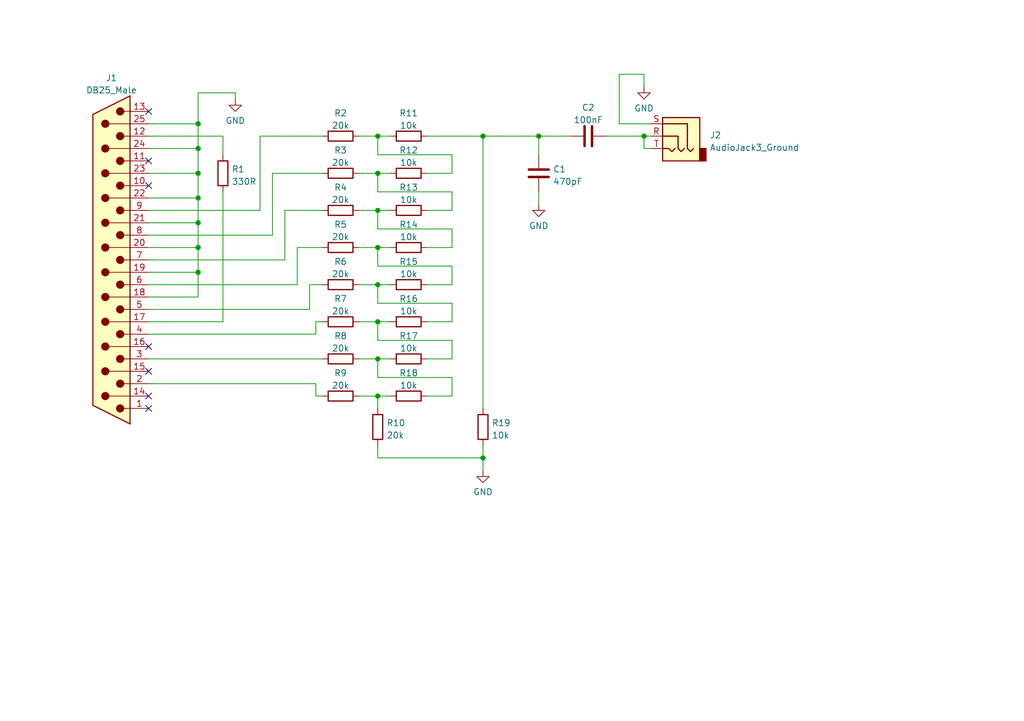
<source format=kicad_sch>
(kicad_sch (version 20211123) (generator eeschema)
  (paper "A5")
  (title_block (title "Simple-LPTsnd") (rev "2-SMD-Kicad") (company "Retroianer.de"))
  (lib_symbols
    (symbol "Connector:AudioJack3"
      (property "Reference" "J" (at 0 8.89 0))
      (property "Value" "AudioJack3" (at 0 6.35 0))
      (symbol "AudioJack3_0_1"
        (rectangle (start -5.08 -5.08) (end -6.35 -2.54) (stroke (width 0.254)) (fill (type outline)))
        (polyline (pts (xy 0 -2.54) (xy 0.635 -3.175) (xy 1.27 -2.54) (xy 2.54 -2.54)) (stroke (width 0.254)))
        (polyline (pts (xy -1.905 -2.54) (xy -1.27 -3.175) (xy -0.635 -2.54) (xy -0.635 0) (xy 2.54 0)) (stroke (width 0.254)))
        (polyline (pts (xy 2.54 2.54) (xy -2.54 2.54) (xy -2.54 -2.54) (xy -3.175 -3.175) (xy -3.81 -2.54)) (stroke (width 0.254)))
        (rectangle (start 2.54 3.81) (end -5.08 -5.08) (stroke (width 0.254)) (fill (type background)))
      )
      (symbol "AudioJack3_1_1"
        (pin passive line (at 5.08 0 180) (length 2.54) (name "~") (number "R"))
        (pin passive line (at 5.08 2.54 180) (length 2.54) (name "~") (number "S"))
        (pin passive line (at 5.08 -2.54 180) (length 2.54) (name "~") (number "T"))
      )
    )
    (symbol "Connector:DB25_Male" (pin_names (offset 1.016) hide)
      (property "Reference" "J" (at 0 34.29 0))
      (property "Value" "DB25_Male" (at 0 -34.925 0))
      (symbol "DB25_Male_0_1"
        (circle (center -1.778 -30.48) (radius 0.762) (fill (type outline)))
        (circle (center -1.778 -25.4) (radius 0.762) (fill (type outline)))
        (circle (center -1.778 -20.32) (radius 0.762) (fill (type outline)))
        (circle (center -1.778 -15.24) (radius 0.762) (fill (type outline)))
        (circle (center -1.778 -10.16) (radius 0.762) (fill (type outline)))
        (circle (center -1.778 -5.08) (radius 0.762) (fill (type outline)))
        (circle (center -1.778 0) (radius 0.762) (fill (type outline)))
        (circle (center -1.778 5.08) (radius 0.762) (fill (type outline)))
        (circle (center -1.778 10.16) (radius 0.762) (fill (type outline)))
        (circle (center -1.778 15.24) (radius 0.762) (fill (type outline)))
        (circle (center -1.778 20.32) (radius 0.762) (fill (type outline)))
        (circle (center -1.778 25.4) (radius 0.762) (fill (type outline)))
        (circle (center -1.778 30.48) (radius 0.762) (fill (type outline)))
        (polyline (pts (xy -3.81 -30.48) (xy -2.54 -30.48)))
        (polyline (pts (xy -3.81 -27.94) (xy 0.508 -27.94)))
        (polyline (pts (xy -3.81 -25.4) (xy -2.54 -25.4)))
        (polyline (pts (xy -3.81 -22.86) (xy 0.508 -22.86)))
        (polyline (pts (xy -3.81 -20.32) (xy -2.54 -20.32)))
        (polyline (pts (xy -3.81 -17.78) (xy 0.508 -17.78)))
        (polyline (pts (xy -3.81 -15.24) (xy -2.54 -15.24)))
        (polyline (pts (xy -3.81 -12.7) (xy 0.508 -12.7)))
        (polyline (pts (xy -3.81 -10.16) (xy -2.54 -10.16)))
        (polyline (pts (xy -3.81 -7.62) (xy 0.508 -7.62)))
        (polyline (pts (xy -3.81 -5.08) (xy -2.54 -5.08)))
        (polyline (pts (xy -3.81 -2.54) (xy 0.508 -2.54)))
        (polyline (pts (xy -3.81 0) (xy -2.54 0)))
        (polyline (pts (xy -3.81 2.54) (xy 0.508 2.54)))
        (polyline (pts (xy -3.81 5.08) (xy -2.54 5.08)))
        (polyline (pts (xy -3.81 7.62) (xy 0.508 7.62)))
        (polyline (pts (xy -3.81 10.16) (xy -2.54 10.16)))
        (polyline (pts (xy -3.81 12.7) (xy 0.508 12.7)))
        (polyline (pts (xy -3.81 15.24) (xy -2.54 15.24)))
        (polyline (pts (xy -3.81 17.78) (xy 0.508 17.78)))
        (polyline (pts (xy -3.81 20.32) (xy -2.54 20.32)))
        (polyline (pts (xy -3.81 22.86) (xy 0.508 22.86)))
        (polyline (pts (xy -3.81 25.4) (xy -2.54 25.4)))
        (polyline (pts (xy -3.81 27.94) (xy 0.508 27.94)))
        (polyline (pts (xy -3.81 30.48) (xy -2.54 30.48)))
        (polyline (pts (xy -3.81 -33.655) (xy 3.81 -29.845) (xy 3.81 29.845) (xy -3.81 33.655) (xy -3.81 -33.655)) (stroke (width 0.254)) (fill (type background)))
        (circle (center 1.27 -27.94) (radius 0.762) (fill (type outline)))
        (circle (center 1.27 -22.86) (radius 0.762) (fill (type outline)))
        (circle (center 1.27 -17.78) (radius 0.762) (fill (type outline)))
        (circle (center 1.27 -12.7) (radius 0.762) (fill (type outline)))
        (circle (center 1.27 -7.62) (radius 0.762) (fill (type outline)))
        (circle (center 1.27 -2.54) (radius 0.762) (fill (type outline)))
        (circle (center 1.27 2.54) (radius 0.762) (fill (type outline)))
        (circle (center 1.27 7.62) (radius 0.762) (fill (type outline)))
        (circle (center 1.27 12.7) (radius 0.762) (fill (type outline)))
        (circle (center 1.27 17.78) (radius 0.762) (fill (type outline)))
        (circle (center 1.27 22.86) (radius 0.762) (fill (type outline)))
        (circle (center 1.27 27.94) (radius 0.762) (fill (type outline)))
      )
      (symbol "DB25_Male_1_1"
        (pin passive line (at -7.62 -30.48 0) (length 3.81) (name "1") (number "1"))
        (pin passive line (at -7.62 15.24 0) (length 3.81) (name "10") (number "10"))
        (pin passive line (at -7.62 20.32 0) (length 3.81) (name "11") (number "11"))
        (pin passive line (at -7.62 25.4 0) (length 3.81) (name "12") (number "12"))
        (pin passive line (at -7.62 30.48 0) (length 3.81) (name "13") (number "13"))
        (pin passive line (at -7.62 -27.94 0) (length 3.81) (name "P14") (number "14"))
        (pin passive line (at -7.62 -22.86 0) (length 3.81) (name "P15") (number "15"))
        (pin passive line (at -7.62 -17.78 0) (length 3.81) (name "P16") (number "16"))
        (pin passive line (at -7.62 -12.7 0) (length 3.81) (name "P17") (number "17"))
        (pin passive line (at -7.62 -7.62 0) (length 3.81) (name "P18") (number "18"))
        (pin passive line (at -7.62 -2.54 0) (length 3.81) (name "P19") (number "19"))
        (pin passive line (at -7.62 -25.4 0) (length 3.81) (name "2") (number "2"))
        (pin passive line (at -7.62 2.54 0) (length 3.81) (name "P20") (number "20"))
        (pin passive line (at -7.62 7.62 0) (length 3.81) (name "P21") (number "21"))
        (pin passive line (at -7.62 12.7 0) (length 3.81) (name "P22") (number "22"))
        (pin passive line (at -7.62 17.78 0) (length 3.81) (name "P23") (number "23"))
        (pin passive line (at -7.62 22.86 0) (length 3.81) (name "P24") (number "24"))
        (pin passive line (at -7.62 27.94 0) (length 3.81) (name "P25") (number "25"))
        (pin passive line (at -7.62 -20.32 0) (length 3.81) (name "3") (number "3"))
        (pin passive line (at -7.62 -15.24 0) (length 3.81) (name "4") (number "4"))
        (pin passive line (at -7.62 -10.16 0) (length 3.81) (name "5") (number "5"))
        (pin passive line (at -7.62 -5.08 0) (length 3.81) (name "6") (number "6"))
        (pin passive line (at -7.62 0 0) (length 3.81) (name "7") (number "7"))
        (pin passive line (at -7.62 5.08 0) (length 3.81) (name "8") (number "8"))
        (pin passive line (at -7.62 10.16 0) (length 3.81) (name "9") (number "9"))
      )
    )
    (symbol "Device:C" (pin_numbers hide) (pin_names (offset 0.254))
      (property "Reference" "C" (at 0.635 2.54 0))
      (property "Value" "C" (at 0.635 -2.54 0))
      (symbol "C_0_1"
        (polyline (pts (xy -2.032 -0.762) (xy 2.032 -0.762)) (stroke (width 0.508)))
        (polyline (pts (xy -2.032 0.762) (xy 2.032 0.762)) (stroke (width 0.508)))
      )
      (symbol "C_1_1"
        (pin passive line (at 0 3.81 270) (length 2.794) (name "~") (number "1"))
        (pin passive line (at 0 -3.81 90) (length 2.794) (name "~") (number "2"))
      )
    )
    (symbol "Device:R" (pin_numbers hide) (pin_names (offset 0))
      (property "Reference" "R" (at 2.032 0 90))
      (property "Value" "R" (at 0 0 90))
      (symbol "R_0_1"
        (rectangle (start -1.016 -2.54) (end 1.016 2.54) (stroke (width 0.254)))
      )
      (symbol "R_1_1"
        (pin passive line (at 0 3.81 270) (length 1.27) (name "~") (number "1"))
        (pin passive line (at 0 -3.81 90) (length 1.27) (name "~") (number "2"))
      )
    )
    (symbol "power:GND" (power) (pin_names (offset 0))
      (property "Value" "GND" (at 0 -3.81 0))
      (symbol "GND_0_1"
        (polyline (pts (xy 0 0) (xy 0 -1.27) (xy 1.27 -1.27) (xy 0 -2.54) (xy -1.27 -1.27) (xy 0 -1.27)))
      )
      (symbol "GND_1_1"
        (pin power_in line (at 0 0 270) (length 0) hide (name "GND") (number "1"))
      )
    )
  )
  (junction (at 77.47 35.56))
  (junction (at 40.64 50.8))
  (junction (at 40.64 35.56))
  (junction (at 77.47 81.28))
  (junction (at 40.64 30.48))
  (junction (at 77.47 73.66))
  (junction (at 40.64 40.64))
  (junction (at 77.47 58.42))
  (junction (at 77.47 66.04))
  (junction (at 99.06 27.94))
  (junction (at 77.47 27.94))
  (junction (at 77.47 43.18))
  (junction (at 40.64 55.88))
  (junction (at 40.64 45.72))
  (junction (at 40.64 25.4))
  (junction (at 132.08 27.94))
  (junction (at 77.47 50.8))
  (junction (at 99.06 93.98))
  (junction (at 110.49 27.94))
  (no_connect (at 30.48 33.02))
  (no_connect (at 30.48 22.86))
  (no_connect (at 30.48 38.1))
  (no_connect (at 30.48 83.82))
  (no_connect (at 30.48 76.2))
  (no_connect (at 30.48 81.28))
  (no_connect (at 30.48 71.12))
  (wire (pts (xy 63.5 58.42) (xy 66.04 58.42)))
  (wire (pts (xy 30.48 45.72) (xy 40.64 45.72)))
  (wire (pts (xy 124.46 27.94) (xy 132.08 27.94)))
  (wire (pts (xy 77.47 58.42) (xy 80.01 58.42)))
  (wire (pts (xy 92.71 31.75) (xy 92.71 35.56)))
  (wire (pts (xy 99.06 91.44) (xy 99.06 93.98)))
  (wire (pts (xy 48.26 19.05) (xy 48.26 20.32)))
  (wire (pts (xy 77.47 39.37) (xy 92.71 39.37)))
  (wire (pts (xy 87.63 81.28) (xy 92.71 81.28)))
  (wire (pts (xy 73.66 73.66) (xy 77.47 73.66)))
  (wire (pts (xy 40.64 19.05) (xy 48.26 19.05)))
  (wire (pts (xy 40.64 60.96) (xy 40.64 55.88)))
  (wire (pts (xy 53.34 27.94) (xy 53.34 43.18)))
  (wire (pts (xy 77.47 50.8) (xy 77.47 54.61)))
  (wire (pts (xy 73.66 58.42) (xy 77.47 58.42)))
  (wire (pts (xy 64.77 78.74) (xy 64.77 81.28)))
  (wire (pts (xy 92.71 66.04) (xy 87.63 66.04)))
  (wire (pts (xy 40.64 55.88) (xy 40.64 50.8)))
  (wire (pts (xy 132.08 17.78) (xy 132.08 15.24)))
  (wire (pts (xy 87.63 27.94) (xy 99.06 27.94)))
  (wire (pts (xy 99.06 27.94) (xy 99.06 83.82)))
  (wire (pts (xy 40.64 25.4) (xy 40.64 30.48)))
  (wire (pts (xy 30.48 35.56) (xy 40.64 35.56)))
  (wire (pts (xy 73.66 27.94) (xy 77.47 27.94)))
  (wire (pts (xy 99.06 93.98) (xy 99.06 96.52)))
  (wire (pts (xy 77.47 27.94) (xy 77.47 31.75)))
  (wire (pts (xy 133.35 25.4) (xy 127 25.4)))
  (wire (pts (xy 64.77 81.28) (xy 66.04 81.28)))
  (wire (pts (xy 30.48 66.04) (xy 45.72 66.04)))
  (wire (pts (xy 92.71 39.37) (xy 92.71 43.18)))
  (wire (pts (xy 92.71 69.85) (xy 92.71 73.66)))
  (wire (pts (xy 77.47 73.66) (xy 77.47 77.47)))
  (wire (pts (xy 132.08 27.94) (xy 133.35 27.94)))
  (wire (pts (xy 132.08 15.24) (xy 127 15.24)))
  (wire (pts (xy 40.64 50.8) (xy 40.64 45.72)))
  (wire (pts (xy 92.71 58.42) (xy 87.63 58.42)))
  (wire (pts (xy 30.48 48.26) (xy 55.88 48.26)))
  (wire (pts (xy 30.48 78.74) (xy 64.77 78.74)))
  (wire (pts (xy 110.49 27.94) (xy 110.49 31.75)))
  (wire (pts (xy 30.48 43.18) (xy 53.34 43.18)))
  (wire (pts (xy 30.48 53.34) (xy 58.42 53.34)))
  (wire (pts (xy 30.48 40.64) (xy 40.64 40.64)))
  (wire (pts (xy 77.47 54.61) (xy 92.71 54.61)))
  (wire (pts (xy 55.88 48.26) (xy 55.88 35.56)))
  (wire (pts (xy 73.66 50.8) (xy 77.47 50.8)))
  (wire (pts (xy 77.47 66.04) (xy 80.01 66.04)))
  (wire (pts (xy 30.48 50.8) (xy 40.64 50.8)))
  (wire (pts (xy 77.47 81.28) (xy 77.47 83.82)))
  (wire (pts (xy 66.04 27.94) (xy 53.34 27.94)))
  (wire (pts (xy 77.47 81.28) (xy 80.01 81.28)))
  (wire (pts (xy 45.72 39.37) (xy 45.72 66.04)))
  (wire (pts (xy 127 25.4) (xy 127 15.24)))
  (wire (pts (xy 73.66 66.04) (xy 77.47 66.04)))
  (wire (pts (xy 92.71 50.8) (xy 87.63 50.8)))
  (wire (pts (xy 45.72 27.94) (xy 45.72 31.75)))
  (wire (pts (xy 40.64 30.48) (xy 30.48 30.48)))
  (wire (pts (xy 77.47 73.66) (xy 80.01 73.66)))
  (wire (pts (xy 92.71 54.61) (xy 92.71 58.42)))
  (wire (pts (xy 77.47 46.99) (xy 92.71 46.99)))
  (wire (pts (xy 92.71 46.99) (xy 92.71 50.8)))
  (wire (pts (xy 77.47 62.23) (xy 92.71 62.23)))
  (wire (pts (xy 64.77 68.58) (xy 64.77 66.04)))
  (wire (pts (xy 30.48 25.4) (xy 40.64 25.4)))
  (wire (pts (xy 77.47 50.8) (xy 80.01 50.8)))
  (wire (pts (xy 77.47 35.56) (xy 77.47 39.37)))
  (wire (pts (xy 77.47 35.56) (xy 80.01 35.56)))
  (wire (pts (xy 58.42 43.18) (xy 66.04 43.18)))
  (wire (pts (xy 77.47 66.04) (xy 77.47 69.85)))
  (wire (pts (xy 92.71 73.66) (xy 87.63 73.66)))
  (wire (pts (xy 58.42 53.34) (xy 58.42 43.18)))
  (wire (pts (xy 77.47 69.85) (xy 92.71 69.85)))
  (wire (pts (xy 55.88 35.56) (xy 66.04 35.56)))
  (wire (pts (xy 99.06 27.94) (xy 110.49 27.94)))
  (wire (pts (xy 110.49 27.94) (xy 116.84 27.94)))
  (wire (pts (xy 92.71 62.23) (xy 92.71 66.04)))
  (wire (pts (xy 30.48 55.88) (xy 40.64 55.88)))
  (wire (pts (xy 77.47 43.18) (xy 77.47 46.99)))
  (wire (pts (xy 64.77 66.04) (xy 66.04 66.04)))
  (wire (pts (xy 30.48 27.94) (xy 45.72 27.94)))
  (wire (pts (xy 92.71 43.18) (xy 87.63 43.18)))
  (wire (pts (xy 73.66 81.28) (xy 77.47 81.28)))
  (wire (pts (xy 92.71 35.56) (xy 87.63 35.56)))
  (wire (pts (xy 40.64 40.64) (xy 40.64 35.56)))
  (wire (pts (xy 110.49 39.37) (xy 110.49 41.91)))
  (wire (pts (xy 30.48 73.66) (xy 66.04 73.66)))
  (wire (pts (xy 132.08 30.48) (xy 133.35 30.48)))
  (wire (pts (xy 77.47 31.75) (xy 92.71 31.75)))
  (wire (pts (xy 77.47 91.44) (xy 77.47 93.98)))
  (wire (pts (xy 60.96 58.42) (xy 60.96 50.8)))
  (wire (pts (xy 30.48 68.58) (xy 64.77 68.58)))
  (wire (pts (xy 40.64 35.56) (xy 40.64 30.48)))
  (wire (pts (xy 132.08 27.94) (xy 132.08 30.48)))
  (wire (pts (xy 73.66 43.18) (xy 77.47 43.18)))
  (wire (pts (xy 73.66 35.56) (xy 77.47 35.56)))
  (wire (pts (xy 60.96 50.8) (xy 66.04 50.8)))
  (wire (pts (xy 40.64 25.4) (xy 40.64 19.05)))
  (wire (pts (xy 77.47 27.94) (xy 80.01 27.94)))
  (wire (pts (xy 77.47 93.98) (xy 99.06 93.98)))
  (wire (pts (xy 30.48 60.96) (xy 40.64 60.96)))
  (wire (pts (xy 77.47 77.47) (xy 92.71 77.47)))
  (wire (pts (xy 30.48 58.42) (xy 60.96 58.42)))
  (wire (pts (xy 30.48 63.5) (xy 63.5 63.5)))
  (wire (pts (xy 63.5 63.5) (xy 63.5 58.42)))
  (wire (pts (xy 92.71 77.47) (xy 92.71 81.28)))
  (wire (pts (xy 77.47 58.42) (xy 77.47 62.23)))
  (wire (pts (xy 77.47 43.18) (xy 80.01 43.18)))
  (wire (pts (xy 40.64 45.72) (xy 40.64 40.64)))
  (symbol (lib_id "Device:R") (at 99.06 87.63 180) (unit 1)
    (property "Reference" "R19" (at 100.838 86.7953 0) (effects (justify right)))
    (property "Value" "10k" (at 100.838 89.3322 0) (effects (justify right)))
    (property "Footprint" "Resistor_SMD:R_1206_3216Metric_Pad1.30x1.75mm_HandSolder" (effects hide))
  )
  (symbol (lib_id "Connector:DB25_Male") (at 22.86 53.34 0) (mirror y) (unit 1)
    (property "Reference" "J1" (at 22.86 15.9852 0))
    (property "Value" "DB25_Male" (at 22.86 18.5221 0))
    (property "Footprint" "Connector_Dsub:DSUB-25_Male_Horizontal_P2.77x2.84mm_EdgePinOffset7.70mm_Housed_MountingHolesOffset9.12mm" (effects hide))
    (property "Datasheet" " ~" (effects hide))
  )
  (symbol (lib_id "Device:R") (at 69.85 27.94 90) (unit 1)
    (property "Reference" "R2" (at 69.85 23.2242 90))
    (property "Value" "20k" (at 69.85 25.7611 90))
    (property "Footprint" "Resistor_SMD:R_1206_3216Metric_Pad1.30x1.75mm_HandSolder" (effects hide))
  )
  (symbol (lib_id "Device:R") (at 83.82 81.28 90) (unit 1)
    (property "Reference" "R18" (at 83.82 76.5642 90))
    (property "Value" "10k" (at 83.82 79.1011 90))
    (property "Footprint" "Resistor_SMD:R_1206_3216Metric_Pad1.30x1.75mm_HandSolder" (effects hide))
  )
  (symbol (lib_id "Device:R") (at 83.82 35.56 90) (unit 1)
    (property "Reference" "R12" (at 83.82 30.8442 90))
    (property "Value" "10k" (at 83.82 33.3811 90))
    (property "Footprint" "Resistor_SMD:R_1206_3216Metric_Pad1.30x1.75mm_HandSolder" (effects hide))
  )
  (symbol (lib_id "Device:C") (at 110.49 35.56 180) (unit 1)
    (property "Reference" "C1" (at 113.411 34.7253 0) (effects (justify right)))
    (property "Value" "470pF" (at 113.411 37.2622 0) (effects (justify right)))
    (property "Footprint" "Capacitor_SMD:C_1206_3216Metric_Pad1.33x1.80mm_HandSolder" (effects hide))
  )
  (symbol (lib_id "Device:R") (at 83.82 50.8 90) (unit 1)
    (property "Reference" "R14" (at 83.82 46.0842 90))
    (property "Value" "10k" (at 83.82 48.6211 90))
    (property "Footprint" "Resistor_SMD:R_1206_3216Metric_Pad1.30x1.75mm_HandSolder" (effects hide))
  )
  (symbol (lib_id "Device:R") (at 69.85 81.28 90) (unit 1)
    (property "Reference" "R9" (at 69.85 76.5642 90))
    (property "Value" "20k" (at 69.85 79.1011 90))
    (property "Footprint" "Resistor_SMD:R_1206_3216Metric_Pad1.30x1.75mm_HandSolder" (effects hide))
  )
  (symbol (lib_id "Device:R") (at 45.72 35.56 180) (unit 1)
    (property "Reference" "R1" (at 47.498 34.7253 0) (effects (justify right)))
    (property "Value" "330R" (at 47.498 37.2622 0) (effects (justify right)))
    (property "Footprint" "Resistor_SMD:R_1206_3216Metric_Pad1.30x1.75mm_HandSolder" (effects hide))
  )
  (symbol (lib_id "Device:R") (at 69.85 43.18 90) (unit 1)
    (property "Reference" "R4" (at 69.85 38.4642 90))
    (property "Value" "20k" (at 69.85 41.0011 90))
    (property "Footprint" "Resistor_SMD:R_1206_3216Metric_Pad1.30x1.75mm_HandSolder" (effects hide))
  )
  (symbol (lib_id "power:GND") (at 99.06 96.52 0) (unit 1)
    (property "Reference" "#PWR02" (effects hide))
    (property "Value" "GND" (at 99.06 100.9634 0))
  )
  (symbol (lib_id "Device:R") (at 83.82 66.04 90) (unit 1)
    (property "Reference" "R16" (at 83.82 61.3242 90))
    (property "Value" "10k" (at 83.82 63.8611 90))
    (property "Footprint" "Resistor_SMD:R_1206_3216Metric_Pad1.30x1.75mm_HandSolder" (effects hide))
  )
  (symbol (lib_id "Device:R") (at 69.85 58.42 90) (unit 1)
    (property "Reference" "R6" (at 69.85 53.7042 90))
    (property "Value" "20k" (at 69.85 56.2411 90))
    (property "Footprint" "Resistor_SMD:R_1206_3216Metric_Pad1.30x1.75mm_HandSolder" (effects hide))
  )
  (symbol (lib_id "Device:C") (at 120.65 27.94 270) (unit 1)
    (property "Reference" "C2" (at 120.65 22.0812 90))
    (property "Value" "100nF" (at 120.65 24.6181 90))
    (property "Footprint" "Capacitor_SMD:C_1206_3216Metric_Pad1.33x1.80mm_HandSolder" (effects hide))
  )
  (symbol (lib_id "Device:R") (at 69.85 35.56 90) (unit 1)
    (property "Reference" "R3" (at 69.85 30.8442 90))
    (property "Value" "20k" (at 69.85 33.3811 90))
    (property "Footprint" "Resistor_SMD:R_1206_3216Metric_Pad1.30x1.75mm_HandSolder" (effects hide))
  )
  (symbol (lib_id "Device:R") (at 69.85 73.66 90) (unit 1)
    (property "Reference" "R8" (at 69.85 68.9442 90))
    (property "Value" "20k" (at 69.85 71.4811 90))
    (property "Footprint" "Resistor_SMD:R_1206_3216Metric_Pad1.30x1.75mm_HandSolder" (effects hide))
  )
  (symbol (lib_id "Device:R") (at 69.85 50.8 90) (unit 1)
    (property "Reference" "R5" (at 69.85 46.0842 90))
    (property "Value" "20k" (at 69.85 48.6211 90))
    (property "Footprint" "Resistor_SMD:R_1206_3216Metric_Pad1.30x1.75mm_HandSolder" (effects hide))
  )
  (symbol (lib_id "Device:R") (at 83.82 27.94 90) (unit 1)
    (property "Reference" "R11" (at 83.82 23.2242 90))
    (property "Value" "10k" (at 83.82 25.7611 90))
    (property "Footprint" "Resistor_SMD:R_1206_3216Metric_Pad1.30x1.75mm_HandSolder" (effects hide))
  )
  (symbol (lib_id "power:GND") (at 48.26 20.32 0) (unit 1)
    (property "Reference" "#PWR01" (effects hide))
    (property "Value" "GND" (at 48.26 24.7634 0))
  )
  (symbol (lib_id "Device:R") (at 77.47 87.63 180) (unit 1)
    (property "Reference" "R10" (at 79.248 86.7953 0) (effects (justify right)))
    (property "Value" "20k" (at 79.248 89.3322 0) (effects (justify right)))
    (property "Footprint" "Resistor_SMD:R_1206_3216Metric_Pad1.30x1.75mm_HandSolder" (effects hide))
  )
  (symbol (lib_id "power:GND") (at 110.49 41.91 0) (unit 1)
    (property "Reference" "#PWR03" (effects hide))
    (property "Value" "GND" (at 110.49 46.3534 0))
  )
  (symbol (lib_id "Connector:AudioJack3") (at 138.43 27.94 0) (mirror y) (unit 1)
    (property "Reference" "J2" (at 145.542 27.7403 0) (effects (justify right)))
    (property "Value" "AudioJack3_Ground" (at 145.542 30.2772 0) (effects (justify right)))
    (property "Footprint" "Footprints:CUI_SJ1-3525N" (effects hide))
  )
  (symbol (lib_id "Device:R") (at 83.82 43.18 90) (unit 1)
    (property "Reference" "R13" (at 83.82 38.4642 90))
    (property "Value" "10k" (at 83.82 41.0011 90))
    (property "Footprint" "Resistor_SMD:R_1206_3216Metric_Pad1.30x1.75mm_HandSolder" (effects hide))
  )
  (symbol (lib_id "power:GND") (at 132.08 17.78 0) (unit 1)
    (property "Reference" "#PWR04" (effects hide))
    (property "Value" "GND" (at 132.08 22.2234 0))
  )
  (symbol (lib_id "Device:R") (at 69.85 66.04 90) (unit 1)
    (property "Reference" "R7" (at 69.85 61.3242 90))
    (property "Value" "20k" (at 69.85 63.8611 90))
    (property "Footprint" "Resistor_SMD:R_1206_3216Metric_Pad1.30x1.75mm_HandSolder" (effects hide))
  )
  (symbol (lib_id "Device:R") (at 83.82 73.66 90) (unit 1)
    (property "Reference" "R17" (at 83.82 68.9442 90))
    (property "Value" "10k" (at 83.82 71.4811 90))
    (property "Footprint" "Resistor_SMD:R_1206_3216Metric_Pad1.30x1.75mm_HandSolder" (effects hide))
  )
  (symbol (lib_id "Device:R") (at 83.82 58.42 90) (unit 1)
    (property "Reference" "R15" (at 83.82 53.7042 90))
    (property "Value" "10k" (at 83.82 56.2411 90))
    (property "Footprint" "Resistor_SMD:R_1206_3216Metric_Pad1.30x1.75mm_HandSolder" (effects hide))
  )
)
</source>
